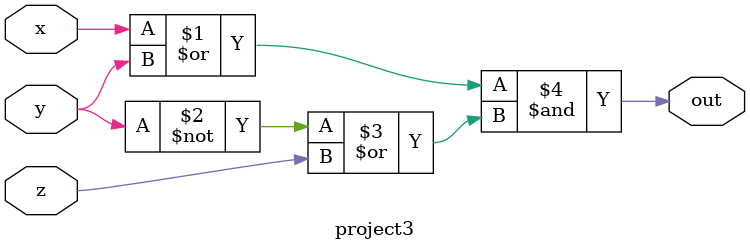
<source format=v>
module project3
(
  input x,y,z,
  output out
);

  assign out = (x | y) & (~y | z);

endmodule 

</source>
